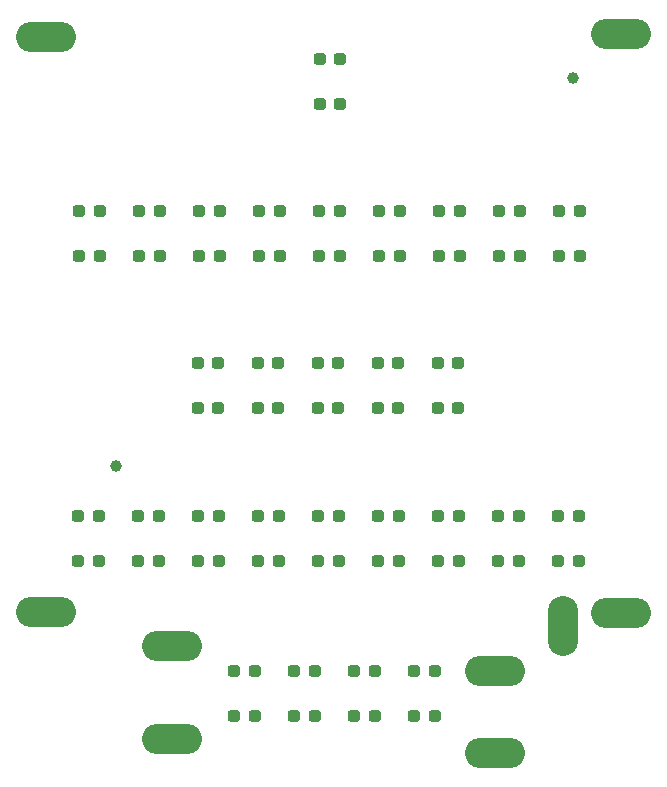
<source format=gbs>
G04 #@! TF.GenerationSoftware,KiCad,Pcbnew,(6.0.2)*
G04 #@! TF.CreationDate,2022-06-08T21:31:36-07:00*
G04 #@! TF.ProjectId,iflfu-bottom,69666c66-752d-4626-9f74-746f6d2e6b69,rev?*
G04 #@! TF.SameCoordinates,Original*
G04 #@! TF.FileFunction,Soldermask,Bot*
G04 #@! TF.FilePolarity,Negative*
%FSLAX46Y46*%
G04 Gerber Fmt 4.6, Leading zero omitted, Abs format (unit mm)*
G04 Created by KiCad (PCBNEW (6.0.2)) date 2022-06-08 21:31:36*
%MOMM*%
%LPD*%
G01*
G04 APERTURE LIST*
G04 Aperture macros list*
%AMRoundRect*
0 Rectangle with rounded corners*
0 $1 Rounding radius*
0 $2 $3 $4 $5 $6 $7 $8 $9 X,Y pos of 4 corners*
0 Add a 4 corners polygon primitive as box body*
4,1,4,$2,$3,$4,$5,$6,$7,$8,$9,$2,$3,0*
0 Add four circle primitives for the rounded corners*
1,1,$1+$1,$2,$3*
1,1,$1+$1,$4,$5*
1,1,$1+$1,$6,$7*
1,1,$1+$1,$8,$9*
0 Add four rect primitives between the rounded corners*
20,1,$1+$1,$2,$3,$4,$5,0*
20,1,$1+$1,$4,$5,$6,$7,0*
20,1,$1+$1,$6,$7,$8,$9,0*
20,1,$1+$1,$8,$9,$2,$3,0*%
G04 Aperture macros list end*
%ADD10C,1.000000*%
%ADD11O,5.080000X2.540000*%
%ADD12RoundRect,0.237500X0.287500X0.237500X-0.287500X0.237500X-0.287500X-0.237500X0.287500X-0.237500X0*%
%ADD13O,2.540000X5.080000*%
G04 APERTURE END LIST*
D10*
X190400000Y-152634717D03*
X151700000Y-185534717D03*
D11*
X145750000Y-149204717D03*
D12*
X160395000Y-193544717D03*
X158645000Y-193544717D03*
X170655000Y-167734717D03*
X168905000Y-167734717D03*
D11*
X183750000Y-202834717D03*
D12*
X163415000Y-206644717D03*
X161665000Y-206644717D03*
X165475000Y-189734717D03*
X163725000Y-189734717D03*
D11*
X183750000Y-209834717D03*
D12*
X185795000Y-193544717D03*
X184045000Y-193544717D03*
X170515000Y-180644717D03*
X168765000Y-180644717D03*
X155415000Y-163924717D03*
X153665000Y-163924717D03*
X170655000Y-163924717D03*
X168905000Y-163924717D03*
X170555000Y-189734717D03*
X168805000Y-189734717D03*
X185895000Y-167734717D03*
X184145000Y-167734717D03*
X165435000Y-176834717D03*
X163685000Y-176834717D03*
X150335000Y-163924717D03*
X148585000Y-163924717D03*
X170675000Y-151034717D03*
X168925000Y-151034717D03*
X180675000Y-176834717D03*
X178925000Y-176834717D03*
X175735000Y-167734717D03*
X173985000Y-167734717D03*
X170555000Y-193544717D03*
X168805000Y-193544717D03*
X190975000Y-163924717D03*
X189225000Y-163924717D03*
X160355000Y-180644717D03*
X158605000Y-180644717D03*
X160395000Y-189734717D03*
X158645000Y-189734717D03*
X155315000Y-193544717D03*
X153565000Y-193544717D03*
X185795000Y-189734717D03*
X184045000Y-189734717D03*
X190875000Y-189734717D03*
X189125000Y-189734717D03*
X173575000Y-202834717D03*
X171825000Y-202834717D03*
X173575000Y-206644717D03*
X171825000Y-206644717D03*
X180815000Y-167734717D03*
X179065000Y-167734717D03*
X165435000Y-180644717D03*
X163685000Y-180644717D03*
X165575000Y-163924717D03*
X163825000Y-163924717D03*
X150235000Y-189734717D03*
X148485000Y-189734717D03*
X155415000Y-167734717D03*
X153665000Y-167734717D03*
X155315000Y-189734717D03*
X153565000Y-189734717D03*
D11*
X156450000Y-200769717D03*
D12*
X190975000Y-167734717D03*
X189225000Y-167734717D03*
X150335000Y-167734717D03*
X148585000Y-167734717D03*
X170515000Y-176834717D03*
X168765000Y-176834717D03*
X180815000Y-163924717D03*
X179065000Y-163924717D03*
X150235000Y-193544717D03*
X148485000Y-193544717D03*
D11*
X145750000Y-197834717D03*
D12*
X180715000Y-189734717D03*
X178965000Y-189734717D03*
X185895000Y-163924717D03*
X184145000Y-163924717D03*
D11*
X194450000Y-197934717D03*
D12*
X178655000Y-206644717D03*
X176905000Y-206644717D03*
D13*
X189500000Y-199034717D03*
D11*
X194450000Y-148934717D03*
D12*
X165475000Y-193544717D03*
X163725000Y-193544717D03*
X163415000Y-202834717D03*
X161665000Y-202834717D03*
X175635000Y-193544717D03*
X173885000Y-193544717D03*
X175735000Y-163924717D03*
X173985000Y-163924717D03*
X190875000Y-193544717D03*
X189125000Y-193544717D03*
X168495000Y-206644717D03*
X166745000Y-206644717D03*
X180715000Y-193544717D03*
X178965000Y-193544717D03*
X175635000Y-189734717D03*
X173885000Y-189734717D03*
X180675000Y-180644717D03*
X178925000Y-180644717D03*
X160495000Y-163924717D03*
X158745000Y-163924717D03*
D11*
X156450000Y-208634717D03*
D12*
X170675000Y-154844717D03*
X168925000Y-154844717D03*
X168495000Y-202834717D03*
X166745000Y-202834717D03*
X175595000Y-176834717D03*
X173845000Y-176834717D03*
X165575000Y-167734717D03*
X163825000Y-167734717D03*
X175595000Y-180644717D03*
X173845000Y-180644717D03*
X160355000Y-176834717D03*
X158605000Y-176834717D03*
X160495000Y-167734717D03*
X158745000Y-167734717D03*
X178655000Y-202834717D03*
X176905000Y-202834717D03*
M02*

</source>
